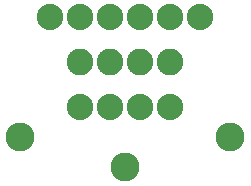
<source format=gts>
G04 MADE WITH FRITZING*
G04 WWW.FRITZING.ORG*
G04 DOUBLE SIDED*
G04 HOLES PLATED*
G04 CONTOUR ON CENTER OF CONTOUR VECTOR*
%ASAXBY*%
%FSLAX23Y23*%
%MOIN*%
%OFA0B0*%
%SFA1.0B1.0*%
%ADD10C,0.096614*%
%ADD11C,0.088000*%
%ADD12C,0.088740*%
%LNMASK1*%
G90*
G70*
G54D10*
X101Y197D03*
X450Y97D03*
X801Y197D03*
G54D11*
X301Y297D03*
X401Y297D03*
X501Y297D03*
X601Y297D03*
G54D12*
X601Y447D03*
X501Y448D03*
X401Y448D03*
X301Y448D03*
G54D11*
X201Y597D03*
X301Y597D03*
X401Y597D03*
X501Y597D03*
X601Y597D03*
X701Y597D03*
X201Y597D03*
X301Y597D03*
X401Y597D03*
X501Y597D03*
X601Y597D03*
X701Y597D03*
G04 End of Mask1*
M02*
</source>
